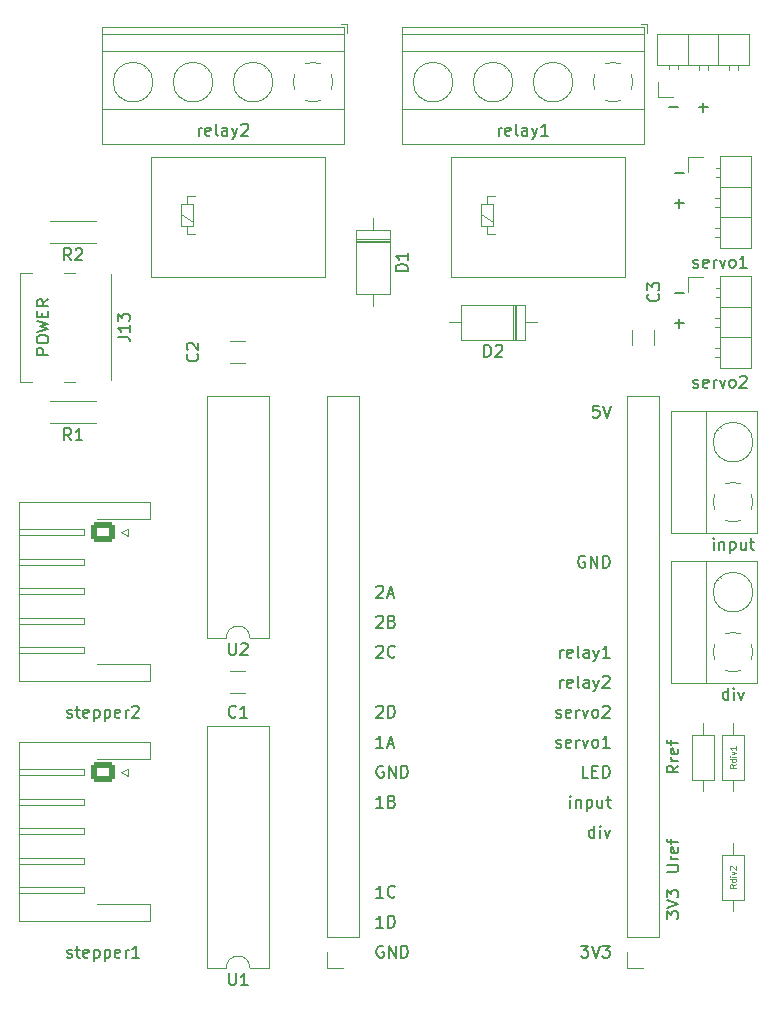
<source format=gto>
G04 #@! TF.GenerationSoftware,KiCad,Pcbnew,(6.0.4)*
G04 #@! TF.CreationDate,2023-04-21T08:00:34+02:00*
G04 #@! TF.ProjectId,XRTL_PCB,5852544c-5f50-4434-922e-6b696361645f,1.0*
G04 #@! TF.SameCoordinates,Original*
G04 #@! TF.FileFunction,Legend,Top*
G04 #@! TF.FilePolarity,Positive*
%FSLAX46Y46*%
G04 Gerber Fmt 4.6, Leading zero omitted, Abs format (unit mm)*
G04 Created by KiCad (PCBNEW (6.0.4)) date 2023-04-21 08:00:34*
%MOMM*%
%LPD*%
G01*
G04 APERTURE LIST*
G04 Aperture macros list*
%AMRoundRect*
0 Rectangle with rounded corners*
0 $1 Rounding radius*
0 $2 $3 $4 $5 $6 $7 $8 $9 X,Y pos of 4 corners*
0 Add a 4 corners polygon primitive as box body*
4,1,4,$2,$3,$4,$5,$6,$7,$8,$9,$2,$3,0*
0 Add four circle primitives for the rounded corners*
1,1,$1+$1,$2,$3*
1,1,$1+$1,$4,$5*
1,1,$1+$1,$6,$7*
1,1,$1+$1,$8,$9*
0 Add four rect primitives between the rounded corners*
20,1,$1+$1,$2,$3,$4,$5,0*
20,1,$1+$1,$4,$5,$6,$7,0*
20,1,$1+$1,$6,$7,$8,$9,0*
20,1,$1+$1,$8,$9,$2,$3,0*%
%AMHorizOval*
0 Thick line with rounded ends*
0 $1 width*
0 $2 $3 position (X,Y) of the first rounded end (center of the circle)*
0 $4 $5 position (X,Y) of the second rounded end (center of the circle)*
0 Add line between two ends*
20,1,$1,$2,$3,$4,$5,0*
0 Add two circle primitives to create the rounded ends*
1,1,$1,$2,$3*
1,1,$1,$4,$5*%
G04 Aperture macros list end*
%ADD10C,0.150000*%
%ADD11C,0.125000*%
%ADD12C,0.120000*%
%ADD13R,2.600000X2.600000*%
%ADD14C,2.600000*%
%ADD15C,1.400000*%
%ADD16O,1.400000X1.400000*%
%ADD17R,1.700000X1.700000*%
%ADD18C,1.600000*%
%ADD19O,1.600000X2.300000*%
%ADD20R,1.600000X1.600000*%
%ADD21O,1.600000X1.600000*%
%ADD22HorizOval,1.600000X0.000000X0.000000X0.000000X0.000000X0*%
%ADD23O,1.700000X1.700000*%
%ADD24HorizOval,1.700000X0.000000X0.000000X0.000000X0.000000X0*%
%ADD25RoundRect,0.250000X-0.725000X0.600000X-0.725000X-0.600000X0.725000X-0.600000X0.725000X0.600000X0*%
%ADD26O,1.950000X1.700000*%
%ADD27R,2.200000X2.200000*%
%ADD28O,2.200000X2.200000*%
%ADD29O,2.600000X2.600000*%
%ADD30C,0.700000*%
%ADD31O,1.700000X0.900000*%
%ADD32O,2.400000X0.900000*%
G04 APERTURE END LIST*
D10*
X122076785Y-93480000D02*
X121981547Y-93432380D01*
X121838690Y-93432380D01*
X121695833Y-93480000D01*
X121600595Y-93575238D01*
X121552976Y-93670476D01*
X121505357Y-93860952D01*
X121505357Y-94003809D01*
X121552976Y-94194285D01*
X121600595Y-94289523D01*
X121695833Y-94384761D01*
X121838690Y-94432380D01*
X121933928Y-94432380D01*
X122076785Y-94384761D01*
X122124404Y-94337142D01*
X122124404Y-94003809D01*
X121933928Y-94003809D01*
X122552976Y-94432380D02*
X122552976Y-93432380D01*
X123124404Y-94432380D01*
X123124404Y-93432380D01*
X123600595Y-94432380D02*
X123600595Y-93432380D01*
X123838690Y-93432380D01*
X123981547Y-93480000D01*
X124076785Y-93575238D01*
X124124404Y-93670476D01*
X124172023Y-93860952D01*
X124172023Y-94003809D01*
X124124404Y-94194285D01*
X124076785Y-94289523D01*
X123981547Y-94384761D01*
X123838690Y-94432380D01*
X123600595Y-94432380D01*
X122362500Y-112212380D02*
X121886309Y-112212380D01*
X121886309Y-111212380D01*
X122695833Y-111688571D02*
X123029166Y-111688571D01*
X123172023Y-112212380D02*
X122695833Y-112212380D01*
X122695833Y-111212380D01*
X123172023Y-111212380D01*
X123600595Y-112212380D02*
X123600595Y-111212380D01*
X123838690Y-111212380D01*
X123981547Y-111260000D01*
X124076785Y-111355238D01*
X124124404Y-111450476D01*
X124172023Y-111640952D01*
X124172023Y-111783809D01*
X124124404Y-111974285D01*
X124076785Y-112069523D01*
X123981547Y-112164761D01*
X123838690Y-112212380D01*
X123600595Y-112212380D01*
X129667047Y-63571428D02*
X130428952Y-63571428D01*
X130048000Y-63952380D02*
X130048000Y-63190476D01*
X119648214Y-107084761D02*
X119743452Y-107132380D01*
X119933928Y-107132380D01*
X120029166Y-107084761D01*
X120076785Y-106989523D01*
X120076785Y-106941904D01*
X120029166Y-106846666D01*
X119933928Y-106799047D01*
X119791071Y-106799047D01*
X119695833Y-106751428D01*
X119648214Y-106656190D01*
X119648214Y-106608571D01*
X119695833Y-106513333D01*
X119791071Y-106465714D01*
X119933928Y-106465714D01*
X120029166Y-106513333D01*
X120886309Y-107084761D02*
X120791071Y-107132380D01*
X120600595Y-107132380D01*
X120505357Y-107084761D01*
X120457738Y-106989523D01*
X120457738Y-106608571D01*
X120505357Y-106513333D01*
X120600595Y-106465714D01*
X120791071Y-106465714D01*
X120886309Y-106513333D01*
X120933928Y-106608571D01*
X120933928Y-106703809D01*
X120457738Y-106799047D01*
X121362500Y-107132380D02*
X121362500Y-106465714D01*
X121362500Y-106656190D02*
X121410119Y-106560952D01*
X121457738Y-106513333D01*
X121552976Y-106465714D01*
X121648214Y-106465714D01*
X121886309Y-106465714D02*
X122124404Y-107132380D01*
X122362500Y-106465714D01*
X122886309Y-107132380D02*
X122791071Y-107084761D01*
X122743452Y-107037142D01*
X122695833Y-106941904D01*
X122695833Y-106656190D01*
X122743452Y-106560952D01*
X122791071Y-106513333D01*
X122886309Y-106465714D01*
X123029166Y-106465714D01*
X123124404Y-106513333D01*
X123172023Y-106560952D01*
X123219642Y-106656190D01*
X123219642Y-106941904D01*
X123172023Y-107037142D01*
X123124404Y-107084761D01*
X123029166Y-107132380D01*
X122886309Y-107132380D01*
X123600595Y-106227619D02*
X123648214Y-106180000D01*
X123743452Y-106132380D01*
X123981547Y-106132380D01*
X124076785Y-106180000D01*
X124124404Y-106227619D01*
X124172023Y-106322857D01*
X124172023Y-106418095D01*
X124124404Y-106560952D01*
X123552976Y-107132380D01*
X124172023Y-107132380D01*
X121743452Y-126452380D02*
X122362500Y-126452380D01*
X122029166Y-126833333D01*
X122172023Y-126833333D01*
X122267261Y-126880952D01*
X122314880Y-126928571D01*
X122362500Y-127023809D01*
X122362500Y-127261904D01*
X122314880Y-127357142D01*
X122267261Y-127404761D01*
X122172023Y-127452380D01*
X121886309Y-127452380D01*
X121791071Y-127404761D01*
X121743452Y-127357142D01*
X122648214Y-126452380D02*
X122981547Y-127452380D01*
X123314880Y-126452380D01*
X123552976Y-126452380D02*
X124172023Y-126452380D01*
X123838690Y-126833333D01*
X123981547Y-126833333D01*
X124076785Y-126880952D01*
X124124404Y-126928571D01*
X124172023Y-127023809D01*
X124172023Y-127261904D01*
X124124404Y-127357142D01*
X124076785Y-127404761D01*
X123981547Y-127452380D01*
X123695833Y-127452380D01*
X123600595Y-127404761D01*
X123552976Y-127357142D01*
X129667047Y-73731428D02*
X130428952Y-73731428D01*
X130048000Y-74112380D02*
X130048000Y-73350476D01*
X129667047Y-61031428D02*
X130428952Y-61031428D01*
X76652380Y-76404523D02*
X75652380Y-76404523D01*
X75652380Y-76023571D01*
X75700000Y-75928333D01*
X75747619Y-75880714D01*
X75842857Y-75833095D01*
X75985714Y-75833095D01*
X76080952Y-75880714D01*
X76128571Y-75928333D01*
X76176190Y-76023571D01*
X76176190Y-76404523D01*
X75652380Y-75214047D02*
X75652380Y-75023571D01*
X75700000Y-74928333D01*
X75795238Y-74833095D01*
X75985714Y-74785476D01*
X76319047Y-74785476D01*
X76509523Y-74833095D01*
X76604761Y-74928333D01*
X76652380Y-75023571D01*
X76652380Y-75214047D01*
X76604761Y-75309285D01*
X76509523Y-75404523D01*
X76319047Y-75452142D01*
X75985714Y-75452142D01*
X75795238Y-75404523D01*
X75700000Y-75309285D01*
X75652380Y-75214047D01*
X75652380Y-74452142D02*
X76652380Y-74214047D01*
X75938095Y-74023571D01*
X76652380Y-73833095D01*
X75652380Y-73595000D01*
X76128571Y-73214047D02*
X76128571Y-72880714D01*
X76652380Y-72737857D02*
X76652380Y-73214047D01*
X75652380Y-73214047D01*
X75652380Y-72737857D01*
X76652380Y-71737857D02*
X76176190Y-72071190D01*
X76652380Y-72309285D02*
X75652380Y-72309285D01*
X75652380Y-71928333D01*
X75700000Y-71833095D01*
X75747619Y-71785476D01*
X75842857Y-71737857D01*
X75985714Y-71737857D01*
X76080952Y-71785476D01*
X76128571Y-71833095D01*
X76176190Y-71928333D01*
X76176190Y-72309285D01*
X129159047Y-55443428D02*
X129920952Y-55443428D01*
X119648214Y-109624761D02*
X119743452Y-109672380D01*
X119933928Y-109672380D01*
X120029166Y-109624761D01*
X120076785Y-109529523D01*
X120076785Y-109481904D01*
X120029166Y-109386666D01*
X119933928Y-109339047D01*
X119791071Y-109339047D01*
X119695833Y-109291428D01*
X119648214Y-109196190D01*
X119648214Y-109148571D01*
X119695833Y-109053333D01*
X119791071Y-109005714D01*
X119933928Y-109005714D01*
X120029166Y-109053333D01*
X120886309Y-109624761D02*
X120791071Y-109672380D01*
X120600595Y-109672380D01*
X120505357Y-109624761D01*
X120457738Y-109529523D01*
X120457738Y-109148571D01*
X120505357Y-109053333D01*
X120600595Y-109005714D01*
X120791071Y-109005714D01*
X120886309Y-109053333D01*
X120933928Y-109148571D01*
X120933928Y-109243809D01*
X120457738Y-109339047D01*
X121362500Y-109672380D02*
X121362500Y-109005714D01*
X121362500Y-109196190D02*
X121410119Y-109100952D01*
X121457738Y-109053333D01*
X121552976Y-109005714D01*
X121648214Y-109005714D01*
X121886309Y-109005714D02*
X122124404Y-109672380D01*
X122362500Y-109005714D01*
X122886309Y-109672380D02*
X122791071Y-109624761D01*
X122743452Y-109577142D01*
X122695833Y-109481904D01*
X122695833Y-109196190D01*
X122743452Y-109100952D01*
X122791071Y-109053333D01*
X122886309Y-109005714D01*
X123029166Y-109005714D01*
X123124404Y-109053333D01*
X123172023Y-109100952D01*
X123219642Y-109196190D01*
X123219642Y-109481904D01*
X123172023Y-109577142D01*
X123124404Y-109624761D01*
X123029166Y-109672380D01*
X122886309Y-109672380D01*
X124172023Y-109672380D02*
X123600595Y-109672380D01*
X123886309Y-109672380D02*
X123886309Y-108672380D01*
X123791071Y-108815238D01*
X123695833Y-108910476D01*
X123600595Y-108958095D01*
X104427976Y-106227619D02*
X104475595Y-106180000D01*
X104570833Y-106132380D01*
X104808928Y-106132380D01*
X104904166Y-106180000D01*
X104951785Y-106227619D01*
X104999404Y-106322857D01*
X104999404Y-106418095D01*
X104951785Y-106560952D01*
X104380357Y-107132380D01*
X104999404Y-107132380D01*
X105427976Y-107132380D02*
X105427976Y-106132380D01*
X105666071Y-106132380D01*
X105808928Y-106180000D01*
X105904166Y-106275238D01*
X105951785Y-106370476D01*
X105999404Y-106560952D01*
X105999404Y-106703809D01*
X105951785Y-106894285D01*
X105904166Y-106989523D01*
X105808928Y-107084761D01*
X105666071Y-107132380D01*
X105427976Y-107132380D01*
X129667047Y-71191428D02*
X130428952Y-71191428D01*
X78232380Y-107084761D02*
X78327619Y-107132380D01*
X78518095Y-107132380D01*
X78613333Y-107084761D01*
X78660952Y-106989523D01*
X78660952Y-106941904D01*
X78613333Y-106846666D01*
X78518095Y-106799047D01*
X78375238Y-106799047D01*
X78280000Y-106751428D01*
X78232380Y-106656190D01*
X78232380Y-106608571D01*
X78280000Y-106513333D01*
X78375238Y-106465714D01*
X78518095Y-106465714D01*
X78613333Y-106513333D01*
X78946666Y-106465714D02*
X79327619Y-106465714D01*
X79089523Y-106132380D02*
X79089523Y-106989523D01*
X79137142Y-107084761D01*
X79232380Y-107132380D01*
X79327619Y-107132380D01*
X80041904Y-107084761D02*
X79946666Y-107132380D01*
X79756190Y-107132380D01*
X79660952Y-107084761D01*
X79613333Y-106989523D01*
X79613333Y-106608571D01*
X79660952Y-106513333D01*
X79756190Y-106465714D01*
X79946666Y-106465714D01*
X80041904Y-106513333D01*
X80089523Y-106608571D01*
X80089523Y-106703809D01*
X79613333Y-106799047D01*
X80518095Y-106465714D02*
X80518095Y-107465714D01*
X80518095Y-106513333D02*
X80613333Y-106465714D01*
X80803809Y-106465714D01*
X80899047Y-106513333D01*
X80946666Y-106560952D01*
X80994285Y-106656190D01*
X80994285Y-106941904D01*
X80946666Y-107037142D01*
X80899047Y-107084761D01*
X80803809Y-107132380D01*
X80613333Y-107132380D01*
X80518095Y-107084761D01*
X81422857Y-106465714D02*
X81422857Y-107465714D01*
X81422857Y-106513333D02*
X81518095Y-106465714D01*
X81708571Y-106465714D01*
X81803809Y-106513333D01*
X81851428Y-106560952D01*
X81899047Y-106656190D01*
X81899047Y-106941904D01*
X81851428Y-107037142D01*
X81803809Y-107084761D01*
X81708571Y-107132380D01*
X81518095Y-107132380D01*
X81422857Y-107084761D01*
X82708571Y-107084761D02*
X82613333Y-107132380D01*
X82422857Y-107132380D01*
X82327619Y-107084761D01*
X82280000Y-106989523D01*
X82280000Y-106608571D01*
X82327619Y-106513333D01*
X82422857Y-106465714D01*
X82613333Y-106465714D01*
X82708571Y-106513333D01*
X82756190Y-106608571D01*
X82756190Y-106703809D01*
X82280000Y-106799047D01*
X83184761Y-107132380D02*
X83184761Y-106465714D01*
X83184761Y-106656190D02*
X83232380Y-106560952D01*
X83280000Y-106513333D01*
X83375238Y-106465714D01*
X83470476Y-106465714D01*
X83756190Y-106227619D02*
X83803809Y-106180000D01*
X83899047Y-106132380D01*
X84137142Y-106132380D01*
X84232380Y-106180000D01*
X84280000Y-106227619D01*
X84327619Y-106322857D01*
X84327619Y-106418095D01*
X84280000Y-106560952D01*
X83708571Y-107132380D01*
X84327619Y-107132380D01*
X104999404Y-122372380D02*
X104427976Y-122372380D01*
X104713690Y-122372380D02*
X104713690Y-121372380D01*
X104618452Y-121515238D01*
X104523214Y-121610476D01*
X104427976Y-121658095D01*
X105999404Y-122277142D02*
X105951785Y-122324761D01*
X105808928Y-122372380D01*
X105713690Y-122372380D01*
X105570833Y-122324761D01*
X105475595Y-122229523D01*
X105427976Y-122134285D01*
X105380357Y-121943809D01*
X105380357Y-121800952D01*
X105427976Y-121610476D01*
X105475595Y-121515238D01*
X105570833Y-121420000D01*
X105713690Y-121372380D01*
X105808928Y-121372380D01*
X105951785Y-121420000D01*
X105999404Y-121467619D01*
X104999404Y-124912380D02*
X104427976Y-124912380D01*
X104713690Y-124912380D02*
X104713690Y-123912380D01*
X104618452Y-124055238D01*
X104523214Y-124150476D01*
X104427976Y-124198095D01*
X105427976Y-124912380D02*
X105427976Y-123912380D01*
X105666071Y-123912380D01*
X105808928Y-123960000D01*
X105904166Y-124055238D01*
X105951785Y-124150476D01*
X105999404Y-124340952D01*
X105999404Y-124483809D01*
X105951785Y-124674285D01*
X105904166Y-124769523D01*
X105808928Y-124864761D01*
X105666071Y-124912380D01*
X105427976Y-124912380D01*
X119981547Y-102052380D02*
X119981547Y-101385714D01*
X119981547Y-101576190D02*
X120029166Y-101480952D01*
X120076785Y-101433333D01*
X120172023Y-101385714D01*
X120267261Y-101385714D01*
X120981547Y-102004761D02*
X120886309Y-102052380D01*
X120695833Y-102052380D01*
X120600595Y-102004761D01*
X120552976Y-101909523D01*
X120552976Y-101528571D01*
X120600595Y-101433333D01*
X120695833Y-101385714D01*
X120886309Y-101385714D01*
X120981547Y-101433333D01*
X121029166Y-101528571D01*
X121029166Y-101623809D01*
X120552976Y-101719047D01*
X121600595Y-102052380D02*
X121505357Y-102004761D01*
X121457738Y-101909523D01*
X121457738Y-101052380D01*
X122410119Y-102052380D02*
X122410119Y-101528571D01*
X122362500Y-101433333D01*
X122267261Y-101385714D01*
X122076785Y-101385714D01*
X121981547Y-101433333D01*
X122410119Y-102004761D02*
X122314880Y-102052380D01*
X122076785Y-102052380D01*
X121981547Y-102004761D01*
X121933928Y-101909523D01*
X121933928Y-101814285D01*
X121981547Y-101719047D01*
X122076785Y-101671428D01*
X122314880Y-101671428D01*
X122410119Y-101623809D01*
X122791071Y-101385714D02*
X123029166Y-102052380D01*
X123267261Y-101385714D02*
X123029166Y-102052380D01*
X122933928Y-102290476D01*
X122886309Y-102338095D01*
X122791071Y-102385714D01*
X124172023Y-102052380D02*
X123600595Y-102052380D01*
X123886309Y-102052380D02*
X123886309Y-101052380D01*
X123791071Y-101195238D01*
X123695833Y-101290476D01*
X123600595Y-101338095D01*
X131258095Y-68984761D02*
X131353333Y-69032380D01*
X131543809Y-69032380D01*
X131639047Y-68984761D01*
X131686666Y-68889523D01*
X131686666Y-68841904D01*
X131639047Y-68746666D01*
X131543809Y-68699047D01*
X131400952Y-68699047D01*
X131305714Y-68651428D01*
X131258095Y-68556190D01*
X131258095Y-68508571D01*
X131305714Y-68413333D01*
X131400952Y-68365714D01*
X131543809Y-68365714D01*
X131639047Y-68413333D01*
X132496190Y-68984761D02*
X132400952Y-69032380D01*
X132210476Y-69032380D01*
X132115238Y-68984761D01*
X132067619Y-68889523D01*
X132067619Y-68508571D01*
X132115238Y-68413333D01*
X132210476Y-68365714D01*
X132400952Y-68365714D01*
X132496190Y-68413333D01*
X132543809Y-68508571D01*
X132543809Y-68603809D01*
X132067619Y-68699047D01*
X132972380Y-69032380D02*
X132972380Y-68365714D01*
X132972380Y-68556190D02*
X133020000Y-68460952D01*
X133067619Y-68413333D01*
X133162857Y-68365714D01*
X133258095Y-68365714D01*
X133496190Y-68365714D02*
X133734285Y-69032380D01*
X133972380Y-68365714D01*
X134496190Y-69032380D02*
X134400952Y-68984761D01*
X134353333Y-68937142D01*
X134305714Y-68841904D01*
X134305714Y-68556190D01*
X134353333Y-68460952D01*
X134400952Y-68413333D01*
X134496190Y-68365714D01*
X134639047Y-68365714D01*
X134734285Y-68413333D01*
X134781904Y-68460952D01*
X134829523Y-68556190D01*
X134829523Y-68841904D01*
X134781904Y-68937142D01*
X134734285Y-68984761D01*
X134639047Y-69032380D01*
X134496190Y-69032380D01*
X135781904Y-69032380D02*
X135210476Y-69032380D01*
X135496190Y-69032380D02*
X135496190Y-68032380D01*
X135400952Y-68175238D01*
X135305714Y-68270476D01*
X135210476Y-68318095D01*
X122886309Y-117292380D02*
X122886309Y-116292380D01*
X122886309Y-117244761D02*
X122791071Y-117292380D01*
X122600595Y-117292380D01*
X122505357Y-117244761D01*
X122457738Y-117197142D01*
X122410119Y-117101904D01*
X122410119Y-116816190D01*
X122457738Y-116720952D01*
X122505357Y-116673333D01*
X122600595Y-116625714D01*
X122791071Y-116625714D01*
X122886309Y-116673333D01*
X123362500Y-117292380D02*
X123362500Y-116625714D01*
X123362500Y-116292380D02*
X123314880Y-116340000D01*
X123362500Y-116387619D01*
X123410119Y-116340000D01*
X123362500Y-116292380D01*
X123362500Y-116387619D01*
X123743452Y-116625714D02*
X123981547Y-117292380D01*
X124219642Y-116625714D01*
X120838690Y-114752380D02*
X120838690Y-114085714D01*
X120838690Y-113752380D02*
X120791071Y-113800000D01*
X120838690Y-113847619D01*
X120886309Y-113800000D01*
X120838690Y-113752380D01*
X120838690Y-113847619D01*
X121314880Y-114085714D02*
X121314880Y-114752380D01*
X121314880Y-114180952D02*
X121362500Y-114133333D01*
X121457738Y-114085714D01*
X121600595Y-114085714D01*
X121695833Y-114133333D01*
X121743452Y-114228571D01*
X121743452Y-114752380D01*
X122219642Y-114085714D02*
X122219642Y-115085714D01*
X122219642Y-114133333D02*
X122314880Y-114085714D01*
X122505357Y-114085714D01*
X122600595Y-114133333D01*
X122648214Y-114180952D01*
X122695833Y-114276190D01*
X122695833Y-114561904D01*
X122648214Y-114657142D01*
X122600595Y-114704761D01*
X122505357Y-114752380D01*
X122314880Y-114752380D01*
X122219642Y-114704761D01*
X123552976Y-114085714D02*
X123552976Y-114752380D01*
X123124404Y-114085714D02*
X123124404Y-114609523D01*
X123172023Y-114704761D01*
X123267261Y-114752380D01*
X123410119Y-114752380D01*
X123505357Y-114704761D01*
X123552976Y-114657142D01*
X123886309Y-114085714D02*
X124267261Y-114085714D01*
X124029166Y-113752380D02*
X124029166Y-114609523D01*
X124076785Y-114704761D01*
X124172023Y-114752380D01*
X124267261Y-114752380D01*
X119981547Y-104592380D02*
X119981547Y-103925714D01*
X119981547Y-104116190D02*
X120029166Y-104020952D01*
X120076785Y-103973333D01*
X120172023Y-103925714D01*
X120267261Y-103925714D01*
X120981547Y-104544761D02*
X120886309Y-104592380D01*
X120695833Y-104592380D01*
X120600595Y-104544761D01*
X120552976Y-104449523D01*
X120552976Y-104068571D01*
X120600595Y-103973333D01*
X120695833Y-103925714D01*
X120886309Y-103925714D01*
X120981547Y-103973333D01*
X121029166Y-104068571D01*
X121029166Y-104163809D01*
X120552976Y-104259047D01*
X121600595Y-104592380D02*
X121505357Y-104544761D01*
X121457738Y-104449523D01*
X121457738Y-103592380D01*
X122410119Y-104592380D02*
X122410119Y-104068571D01*
X122362500Y-103973333D01*
X122267261Y-103925714D01*
X122076785Y-103925714D01*
X121981547Y-103973333D01*
X122410119Y-104544761D02*
X122314880Y-104592380D01*
X122076785Y-104592380D01*
X121981547Y-104544761D01*
X121933928Y-104449523D01*
X121933928Y-104354285D01*
X121981547Y-104259047D01*
X122076785Y-104211428D01*
X122314880Y-104211428D01*
X122410119Y-104163809D01*
X122791071Y-103925714D02*
X123029166Y-104592380D01*
X123267261Y-103925714D02*
X123029166Y-104592380D01*
X122933928Y-104830476D01*
X122886309Y-104878095D01*
X122791071Y-104925714D01*
X123600595Y-103687619D02*
X123648214Y-103640000D01*
X123743452Y-103592380D01*
X123981547Y-103592380D01*
X124076785Y-103640000D01*
X124124404Y-103687619D01*
X124172023Y-103782857D01*
X124172023Y-103878095D01*
X124124404Y-104020952D01*
X123552976Y-104592380D01*
X124172023Y-104592380D01*
X104999404Y-111260000D02*
X104904166Y-111212380D01*
X104761309Y-111212380D01*
X104618452Y-111260000D01*
X104523214Y-111355238D01*
X104475595Y-111450476D01*
X104427976Y-111640952D01*
X104427976Y-111783809D01*
X104475595Y-111974285D01*
X104523214Y-112069523D01*
X104618452Y-112164761D01*
X104761309Y-112212380D01*
X104856547Y-112212380D01*
X104999404Y-112164761D01*
X105047023Y-112117142D01*
X105047023Y-111783809D01*
X104856547Y-111783809D01*
X105475595Y-112212380D02*
X105475595Y-111212380D01*
X106047023Y-112212380D01*
X106047023Y-111212380D01*
X106523214Y-112212380D02*
X106523214Y-111212380D01*
X106761309Y-111212380D01*
X106904166Y-111260000D01*
X106999404Y-111355238D01*
X107047023Y-111450476D01*
X107094642Y-111640952D01*
X107094642Y-111783809D01*
X107047023Y-111974285D01*
X106999404Y-112069523D01*
X106904166Y-112164761D01*
X106761309Y-112212380D01*
X106523214Y-112212380D01*
X78232380Y-127404761D02*
X78327619Y-127452380D01*
X78518095Y-127452380D01*
X78613333Y-127404761D01*
X78660952Y-127309523D01*
X78660952Y-127261904D01*
X78613333Y-127166666D01*
X78518095Y-127119047D01*
X78375238Y-127119047D01*
X78280000Y-127071428D01*
X78232380Y-126976190D01*
X78232380Y-126928571D01*
X78280000Y-126833333D01*
X78375238Y-126785714D01*
X78518095Y-126785714D01*
X78613333Y-126833333D01*
X78946666Y-126785714D02*
X79327619Y-126785714D01*
X79089523Y-126452380D02*
X79089523Y-127309523D01*
X79137142Y-127404761D01*
X79232380Y-127452380D01*
X79327619Y-127452380D01*
X80041904Y-127404761D02*
X79946666Y-127452380D01*
X79756190Y-127452380D01*
X79660952Y-127404761D01*
X79613333Y-127309523D01*
X79613333Y-126928571D01*
X79660952Y-126833333D01*
X79756190Y-126785714D01*
X79946666Y-126785714D01*
X80041904Y-126833333D01*
X80089523Y-126928571D01*
X80089523Y-127023809D01*
X79613333Y-127119047D01*
X80518095Y-126785714D02*
X80518095Y-127785714D01*
X80518095Y-126833333D02*
X80613333Y-126785714D01*
X80803809Y-126785714D01*
X80899047Y-126833333D01*
X80946666Y-126880952D01*
X80994285Y-126976190D01*
X80994285Y-127261904D01*
X80946666Y-127357142D01*
X80899047Y-127404761D01*
X80803809Y-127452380D01*
X80613333Y-127452380D01*
X80518095Y-127404761D01*
X81422857Y-126785714D02*
X81422857Y-127785714D01*
X81422857Y-126833333D02*
X81518095Y-126785714D01*
X81708571Y-126785714D01*
X81803809Y-126833333D01*
X81851428Y-126880952D01*
X81899047Y-126976190D01*
X81899047Y-127261904D01*
X81851428Y-127357142D01*
X81803809Y-127404761D01*
X81708571Y-127452380D01*
X81518095Y-127452380D01*
X81422857Y-127404761D01*
X82708571Y-127404761D02*
X82613333Y-127452380D01*
X82422857Y-127452380D01*
X82327619Y-127404761D01*
X82280000Y-127309523D01*
X82280000Y-126928571D01*
X82327619Y-126833333D01*
X82422857Y-126785714D01*
X82613333Y-126785714D01*
X82708571Y-126833333D01*
X82756190Y-126928571D01*
X82756190Y-127023809D01*
X82280000Y-127119047D01*
X83184761Y-127452380D02*
X83184761Y-126785714D01*
X83184761Y-126976190D02*
X83232380Y-126880952D01*
X83280000Y-126833333D01*
X83375238Y-126785714D01*
X83470476Y-126785714D01*
X84327619Y-127452380D02*
X83756190Y-127452380D01*
X84041904Y-127452380D02*
X84041904Y-126452380D01*
X83946666Y-126595238D01*
X83851428Y-126690476D01*
X83756190Y-126738095D01*
X104999404Y-126500000D02*
X104904166Y-126452380D01*
X104761309Y-126452380D01*
X104618452Y-126500000D01*
X104523214Y-126595238D01*
X104475595Y-126690476D01*
X104427976Y-126880952D01*
X104427976Y-127023809D01*
X104475595Y-127214285D01*
X104523214Y-127309523D01*
X104618452Y-127404761D01*
X104761309Y-127452380D01*
X104856547Y-127452380D01*
X104999404Y-127404761D01*
X105047023Y-127357142D01*
X105047023Y-127023809D01*
X104856547Y-127023809D01*
X105475595Y-127452380D02*
X105475595Y-126452380D01*
X106047023Y-127452380D01*
X106047023Y-126452380D01*
X106523214Y-127452380D02*
X106523214Y-126452380D01*
X106761309Y-126452380D01*
X106904166Y-126500000D01*
X106999404Y-126595238D01*
X107047023Y-126690476D01*
X107094642Y-126880952D01*
X107094642Y-127023809D01*
X107047023Y-127214285D01*
X106999404Y-127309523D01*
X106904166Y-127404761D01*
X106761309Y-127452380D01*
X106523214Y-127452380D01*
X104427976Y-101147619D02*
X104475595Y-101100000D01*
X104570833Y-101052380D01*
X104808928Y-101052380D01*
X104904166Y-101100000D01*
X104951785Y-101147619D01*
X104999404Y-101242857D01*
X104999404Y-101338095D01*
X104951785Y-101480952D01*
X104380357Y-102052380D01*
X104999404Y-102052380D01*
X105999404Y-101957142D02*
X105951785Y-102004761D01*
X105808928Y-102052380D01*
X105713690Y-102052380D01*
X105570833Y-102004761D01*
X105475595Y-101909523D01*
X105427976Y-101814285D01*
X105380357Y-101623809D01*
X105380357Y-101480952D01*
X105427976Y-101290476D01*
X105475595Y-101195238D01*
X105570833Y-101100000D01*
X105713690Y-101052380D01*
X105808928Y-101052380D01*
X105951785Y-101100000D01*
X105999404Y-101147619D01*
X131258095Y-79144761D02*
X131353333Y-79192380D01*
X131543809Y-79192380D01*
X131639047Y-79144761D01*
X131686666Y-79049523D01*
X131686666Y-79001904D01*
X131639047Y-78906666D01*
X131543809Y-78859047D01*
X131400952Y-78859047D01*
X131305714Y-78811428D01*
X131258095Y-78716190D01*
X131258095Y-78668571D01*
X131305714Y-78573333D01*
X131400952Y-78525714D01*
X131543809Y-78525714D01*
X131639047Y-78573333D01*
X132496190Y-79144761D02*
X132400952Y-79192380D01*
X132210476Y-79192380D01*
X132115238Y-79144761D01*
X132067619Y-79049523D01*
X132067619Y-78668571D01*
X132115238Y-78573333D01*
X132210476Y-78525714D01*
X132400952Y-78525714D01*
X132496190Y-78573333D01*
X132543809Y-78668571D01*
X132543809Y-78763809D01*
X132067619Y-78859047D01*
X132972380Y-79192380D02*
X132972380Y-78525714D01*
X132972380Y-78716190D02*
X133020000Y-78620952D01*
X133067619Y-78573333D01*
X133162857Y-78525714D01*
X133258095Y-78525714D01*
X133496190Y-78525714D02*
X133734285Y-79192380D01*
X133972380Y-78525714D01*
X134496190Y-79192380D02*
X134400952Y-79144761D01*
X134353333Y-79097142D01*
X134305714Y-79001904D01*
X134305714Y-78716190D01*
X134353333Y-78620952D01*
X134400952Y-78573333D01*
X134496190Y-78525714D01*
X134639047Y-78525714D01*
X134734285Y-78573333D01*
X134781904Y-78620952D01*
X134829523Y-78716190D01*
X134829523Y-79001904D01*
X134781904Y-79097142D01*
X134734285Y-79144761D01*
X134639047Y-79192380D01*
X134496190Y-79192380D01*
X135210476Y-78287619D02*
X135258095Y-78240000D01*
X135353333Y-78192380D01*
X135591428Y-78192380D01*
X135686666Y-78240000D01*
X135734285Y-78287619D01*
X135781904Y-78382857D01*
X135781904Y-78478095D01*
X135734285Y-78620952D01*
X135162857Y-79192380D01*
X135781904Y-79192380D01*
X104999404Y-109672380D02*
X104427976Y-109672380D01*
X104713690Y-109672380D02*
X104713690Y-108672380D01*
X104618452Y-108815238D01*
X104523214Y-108910476D01*
X104427976Y-108958095D01*
X105380357Y-109386666D02*
X105856547Y-109386666D01*
X105285119Y-109672380D02*
X105618452Y-108672380D01*
X105951785Y-109672380D01*
X104999404Y-114752380D02*
X104427976Y-114752380D01*
X104713690Y-114752380D02*
X104713690Y-113752380D01*
X104618452Y-113895238D01*
X104523214Y-113990476D01*
X104427976Y-114038095D01*
X105761309Y-114228571D02*
X105904166Y-114276190D01*
X105951785Y-114323809D01*
X105999404Y-114419047D01*
X105999404Y-114561904D01*
X105951785Y-114657142D01*
X105904166Y-114704761D01*
X105808928Y-114752380D01*
X105427976Y-114752380D01*
X105427976Y-113752380D01*
X105761309Y-113752380D01*
X105856547Y-113800000D01*
X105904166Y-113847619D01*
X105951785Y-113942857D01*
X105951785Y-114038095D01*
X105904166Y-114133333D01*
X105856547Y-114180952D01*
X105761309Y-114228571D01*
X105427976Y-114228571D01*
X104427976Y-98607619D02*
X104475595Y-98560000D01*
X104570833Y-98512380D01*
X104808928Y-98512380D01*
X104904166Y-98560000D01*
X104951785Y-98607619D01*
X104999404Y-98702857D01*
X104999404Y-98798095D01*
X104951785Y-98940952D01*
X104380357Y-99512380D01*
X104999404Y-99512380D01*
X105761309Y-98988571D02*
X105904166Y-99036190D01*
X105951785Y-99083809D01*
X105999404Y-99179047D01*
X105999404Y-99321904D01*
X105951785Y-99417142D01*
X105904166Y-99464761D01*
X105808928Y-99512380D01*
X105427976Y-99512380D01*
X105427976Y-98512380D01*
X105761309Y-98512380D01*
X105856547Y-98560000D01*
X105904166Y-98607619D01*
X105951785Y-98702857D01*
X105951785Y-98798095D01*
X105904166Y-98893333D01*
X105856547Y-98940952D01*
X105761309Y-98988571D01*
X105427976Y-98988571D01*
X131699047Y-55443428D02*
X132460952Y-55443428D01*
X132080000Y-55824380D02*
X132080000Y-55062476D01*
X123267261Y-80732380D02*
X122791071Y-80732380D01*
X122743452Y-81208571D01*
X122791071Y-81160952D01*
X122886309Y-81113333D01*
X123124404Y-81113333D01*
X123219642Y-81160952D01*
X123267261Y-81208571D01*
X123314880Y-81303809D01*
X123314880Y-81541904D01*
X123267261Y-81637142D01*
X123219642Y-81684761D01*
X123124404Y-81732380D01*
X122886309Y-81732380D01*
X122791071Y-81684761D01*
X122743452Y-81637142D01*
X123600595Y-80732380D02*
X123933928Y-81732380D01*
X124267261Y-80732380D01*
X104427976Y-96067619D02*
X104475595Y-96020000D01*
X104570833Y-95972380D01*
X104808928Y-95972380D01*
X104904166Y-96020000D01*
X104951785Y-96067619D01*
X104999404Y-96162857D01*
X104999404Y-96258095D01*
X104951785Y-96400952D01*
X104380357Y-96972380D01*
X104999404Y-96972380D01*
X105380357Y-96686666D02*
X105856547Y-96686666D01*
X105285119Y-96972380D02*
X105618452Y-95972380D01*
X105951785Y-96972380D01*
X114768571Y-57856380D02*
X114768571Y-57189714D01*
X114768571Y-57380190D02*
X114816190Y-57284952D01*
X114863809Y-57237333D01*
X114959047Y-57189714D01*
X115054285Y-57189714D01*
X115768571Y-57808761D02*
X115673333Y-57856380D01*
X115482857Y-57856380D01*
X115387619Y-57808761D01*
X115340000Y-57713523D01*
X115340000Y-57332571D01*
X115387619Y-57237333D01*
X115482857Y-57189714D01*
X115673333Y-57189714D01*
X115768571Y-57237333D01*
X115816190Y-57332571D01*
X115816190Y-57427809D01*
X115340000Y-57523047D01*
X116387619Y-57856380D02*
X116292380Y-57808761D01*
X116244761Y-57713523D01*
X116244761Y-56856380D01*
X117197142Y-57856380D02*
X117197142Y-57332571D01*
X117149523Y-57237333D01*
X117054285Y-57189714D01*
X116863809Y-57189714D01*
X116768571Y-57237333D01*
X117197142Y-57808761D02*
X117101904Y-57856380D01*
X116863809Y-57856380D01*
X116768571Y-57808761D01*
X116720952Y-57713523D01*
X116720952Y-57618285D01*
X116768571Y-57523047D01*
X116863809Y-57475428D01*
X117101904Y-57475428D01*
X117197142Y-57427809D01*
X117578095Y-57189714D02*
X117816190Y-57856380D01*
X118054285Y-57189714D02*
X117816190Y-57856380D01*
X117720952Y-58094476D01*
X117673333Y-58142095D01*
X117578095Y-58189714D01*
X118959047Y-57856380D02*
X118387619Y-57856380D01*
X118673333Y-57856380D02*
X118673333Y-56856380D01*
X118578095Y-56999238D01*
X118482857Y-57094476D01*
X118387619Y-57142095D01*
X78573333Y-83652380D02*
X78240000Y-83176190D01*
X78001904Y-83652380D02*
X78001904Y-82652380D01*
X78382857Y-82652380D01*
X78478095Y-82700000D01*
X78525714Y-82747619D01*
X78573333Y-82842857D01*
X78573333Y-82985714D01*
X78525714Y-83080952D01*
X78478095Y-83128571D01*
X78382857Y-83176190D01*
X78001904Y-83176190D01*
X79525714Y-83652380D02*
X78954285Y-83652380D01*
X79240000Y-83652380D02*
X79240000Y-82652380D01*
X79144761Y-82795238D01*
X79049523Y-82890476D01*
X78954285Y-82938095D01*
X128992380Y-124174095D02*
X128992380Y-123555047D01*
X129373333Y-123888380D01*
X129373333Y-123745523D01*
X129420952Y-123650285D01*
X129468571Y-123602666D01*
X129563809Y-123555047D01*
X129801904Y-123555047D01*
X129897142Y-123602666D01*
X129944761Y-123650285D01*
X129992380Y-123745523D01*
X129992380Y-124031238D01*
X129944761Y-124126476D01*
X129897142Y-124174095D01*
X128992380Y-123269333D02*
X129992380Y-122936000D01*
X128992380Y-122602666D01*
X128992380Y-122364571D02*
X128992380Y-121745523D01*
X129373333Y-122078857D01*
X129373333Y-121936000D01*
X129420952Y-121840761D01*
X129468571Y-121793142D01*
X129563809Y-121745523D01*
X129801904Y-121745523D01*
X129897142Y-121793142D01*
X129944761Y-121840761D01*
X129992380Y-121936000D01*
X129992380Y-122221714D01*
X129944761Y-122316952D01*
X129897142Y-122364571D01*
X128277142Y-71286666D02*
X128324761Y-71334285D01*
X128372380Y-71477142D01*
X128372380Y-71572380D01*
X128324761Y-71715238D01*
X128229523Y-71810476D01*
X128134285Y-71858095D01*
X127943809Y-71905714D01*
X127800952Y-71905714D01*
X127610476Y-71858095D01*
X127515238Y-71810476D01*
X127420000Y-71715238D01*
X127372380Y-71572380D01*
X127372380Y-71477142D01*
X127420000Y-71334285D01*
X127467619Y-71286666D01*
X127372380Y-70953333D02*
X127372380Y-70334285D01*
X127753333Y-70667619D01*
X127753333Y-70524761D01*
X127800952Y-70429523D01*
X127848571Y-70381904D01*
X127943809Y-70334285D01*
X128181904Y-70334285D01*
X128277142Y-70381904D01*
X128324761Y-70429523D01*
X128372380Y-70524761D01*
X128372380Y-70810476D01*
X128324761Y-70905714D01*
X128277142Y-70953333D01*
X91948095Y-100842380D02*
X91948095Y-101651904D01*
X91995714Y-101747142D01*
X92043333Y-101794761D01*
X92138571Y-101842380D01*
X92329047Y-101842380D01*
X92424285Y-101794761D01*
X92471904Y-101747142D01*
X92519523Y-101651904D01*
X92519523Y-100842380D01*
X92948095Y-100937619D02*
X92995714Y-100890000D01*
X93090952Y-100842380D01*
X93329047Y-100842380D01*
X93424285Y-100890000D01*
X93471904Y-100937619D01*
X93519523Y-101032857D01*
X93519523Y-101128095D01*
X93471904Y-101270952D01*
X92900476Y-101842380D01*
X93519523Y-101842380D01*
X129992380Y-111204285D02*
X129516190Y-111537619D01*
X129992380Y-111775714D02*
X128992380Y-111775714D01*
X128992380Y-111394761D01*
X129040000Y-111299523D01*
X129087619Y-111251904D01*
X129182857Y-111204285D01*
X129325714Y-111204285D01*
X129420952Y-111251904D01*
X129468571Y-111299523D01*
X129516190Y-111394761D01*
X129516190Y-111775714D01*
X129992380Y-110775714D02*
X129325714Y-110775714D01*
X129516190Y-110775714D02*
X129420952Y-110728095D01*
X129373333Y-110680476D01*
X129325714Y-110585238D01*
X129325714Y-110490000D01*
X129944761Y-109775714D02*
X129992380Y-109870952D01*
X129992380Y-110061428D01*
X129944761Y-110156666D01*
X129849523Y-110204285D01*
X129468571Y-110204285D01*
X129373333Y-110156666D01*
X129325714Y-110061428D01*
X129325714Y-109870952D01*
X129373333Y-109775714D01*
X129468571Y-109728095D01*
X129563809Y-109728095D01*
X129659047Y-110204285D01*
X129325714Y-109442380D02*
X129325714Y-109061428D01*
X129992380Y-109299523D02*
X129135238Y-109299523D01*
X129040000Y-109251904D01*
X128992380Y-109156666D01*
X128992380Y-109061428D01*
X89257142Y-76366666D02*
X89304761Y-76414285D01*
X89352380Y-76557142D01*
X89352380Y-76652380D01*
X89304761Y-76795238D01*
X89209523Y-76890476D01*
X89114285Y-76938095D01*
X88923809Y-76985714D01*
X88780952Y-76985714D01*
X88590476Y-76938095D01*
X88495238Y-76890476D01*
X88400000Y-76795238D01*
X88352380Y-76652380D01*
X88352380Y-76557142D01*
X88400000Y-76414285D01*
X88447619Y-76366666D01*
X88447619Y-75985714D02*
X88400000Y-75938095D01*
X88352380Y-75842857D01*
X88352380Y-75604761D01*
X88400000Y-75509523D01*
X88447619Y-75461904D01*
X88542857Y-75414285D01*
X88638095Y-75414285D01*
X88780952Y-75461904D01*
X89352380Y-76033333D01*
X89352380Y-75414285D01*
X78573333Y-68412380D02*
X78240000Y-67936190D01*
X78001904Y-68412380D02*
X78001904Y-67412380D01*
X78382857Y-67412380D01*
X78478095Y-67460000D01*
X78525714Y-67507619D01*
X78573333Y-67602857D01*
X78573333Y-67745714D01*
X78525714Y-67840952D01*
X78478095Y-67888571D01*
X78382857Y-67936190D01*
X78001904Y-67936190D01*
X78954285Y-67507619D02*
X79001904Y-67460000D01*
X79097142Y-67412380D01*
X79335238Y-67412380D01*
X79430476Y-67460000D01*
X79478095Y-67507619D01*
X79525714Y-67602857D01*
X79525714Y-67698095D01*
X79478095Y-67840952D01*
X78906666Y-68412380D01*
X79525714Y-68412380D01*
X91948095Y-128782380D02*
X91948095Y-129591904D01*
X91995714Y-129687142D01*
X92043333Y-129734761D01*
X92138571Y-129782380D01*
X92329047Y-129782380D01*
X92424285Y-129734761D01*
X92471904Y-129687142D01*
X92519523Y-129591904D01*
X92519523Y-128782380D01*
X93519523Y-129782380D02*
X92948095Y-129782380D01*
X93233809Y-129782380D02*
X93233809Y-128782380D01*
X93138571Y-128925238D01*
X93043333Y-129020476D01*
X92948095Y-129068095D01*
D11*
X134846190Y-121269047D02*
X134608095Y-121435714D01*
X134846190Y-121554761D02*
X134346190Y-121554761D01*
X134346190Y-121364285D01*
X134370000Y-121316666D01*
X134393809Y-121292857D01*
X134441428Y-121269047D01*
X134512857Y-121269047D01*
X134560476Y-121292857D01*
X134584285Y-121316666D01*
X134608095Y-121364285D01*
X134608095Y-121554761D01*
X134846190Y-120840476D02*
X134346190Y-120840476D01*
X134822380Y-120840476D02*
X134846190Y-120888095D01*
X134846190Y-120983333D01*
X134822380Y-121030952D01*
X134798571Y-121054761D01*
X134750952Y-121078571D01*
X134608095Y-121078571D01*
X134560476Y-121054761D01*
X134536666Y-121030952D01*
X134512857Y-120983333D01*
X134512857Y-120888095D01*
X134536666Y-120840476D01*
X134846190Y-120602380D02*
X134512857Y-120602380D01*
X134346190Y-120602380D02*
X134370000Y-120626190D01*
X134393809Y-120602380D01*
X134370000Y-120578571D01*
X134346190Y-120602380D01*
X134393809Y-120602380D01*
X134512857Y-120411904D02*
X134846190Y-120292857D01*
X134512857Y-120173809D01*
X134393809Y-120007142D02*
X134370000Y-119983333D01*
X134346190Y-119935714D01*
X134346190Y-119816666D01*
X134370000Y-119769047D01*
X134393809Y-119745238D01*
X134441428Y-119721428D01*
X134489047Y-119721428D01*
X134560476Y-119745238D01*
X134846190Y-120030952D01*
X134846190Y-119721428D01*
D10*
X113561904Y-76582380D02*
X113561904Y-75582380D01*
X113800000Y-75582380D01*
X113942857Y-75630000D01*
X114038095Y-75725238D01*
X114085714Y-75820476D01*
X114133333Y-76010952D01*
X114133333Y-76153809D01*
X114085714Y-76344285D01*
X114038095Y-76439523D01*
X113942857Y-76534761D01*
X113800000Y-76582380D01*
X113561904Y-76582380D01*
X114514285Y-75677619D02*
X114561904Y-75630000D01*
X114657142Y-75582380D01*
X114895238Y-75582380D01*
X114990476Y-75630000D01*
X115038095Y-75677619D01*
X115085714Y-75772857D01*
X115085714Y-75868095D01*
X115038095Y-76010952D01*
X114466666Y-76582380D01*
X115085714Y-76582380D01*
X128992380Y-120181523D02*
X129801904Y-120181523D01*
X129897142Y-120133904D01*
X129944761Y-120086285D01*
X129992380Y-119991047D01*
X129992380Y-119800571D01*
X129944761Y-119705333D01*
X129897142Y-119657714D01*
X129801904Y-119610095D01*
X128992380Y-119610095D01*
X129992380Y-119133904D02*
X129325714Y-119133904D01*
X129516190Y-119133904D02*
X129420952Y-119086285D01*
X129373333Y-119038666D01*
X129325714Y-118943428D01*
X129325714Y-118848190D01*
X129944761Y-118133904D02*
X129992380Y-118229142D01*
X129992380Y-118419619D01*
X129944761Y-118514857D01*
X129849523Y-118562476D01*
X129468571Y-118562476D01*
X129373333Y-118514857D01*
X129325714Y-118419619D01*
X129325714Y-118229142D01*
X129373333Y-118133904D01*
X129468571Y-118086285D01*
X129563809Y-118086285D01*
X129659047Y-118562476D01*
X129325714Y-117800571D02*
X129325714Y-117419619D01*
X129992380Y-117657714D02*
X129135238Y-117657714D01*
X129040000Y-117610095D01*
X128992380Y-117514857D01*
X128992380Y-117419619D01*
X92523333Y-107037142D02*
X92475714Y-107084761D01*
X92332857Y-107132380D01*
X92237619Y-107132380D01*
X92094761Y-107084761D01*
X91999523Y-106989523D01*
X91951904Y-106894285D01*
X91904285Y-106703809D01*
X91904285Y-106560952D01*
X91951904Y-106370476D01*
X91999523Y-106275238D01*
X92094761Y-106180000D01*
X92237619Y-106132380D01*
X92332857Y-106132380D01*
X92475714Y-106180000D01*
X92523333Y-106227619D01*
X93475714Y-107132380D02*
X92904285Y-107132380D01*
X93190000Y-107132380D02*
X93190000Y-106132380D01*
X93094761Y-106275238D01*
X92999523Y-106370476D01*
X92904285Y-106418095D01*
X132977142Y-92908380D02*
X132977142Y-92241714D01*
X132977142Y-91908380D02*
X132929523Y-91956000D01*
X132977142Y-92003619D01*
X133024761Y-91956000D01*
X132977142Y-91908380D01*
X132977142Y-92003619D01*
X133453333Y-92241714D02*
X133453333Y-92908380D01*
X133453333Y-92336952D02*
X133500952Y-92289333D01*
X133596190Y-92241714D01*
X133739047Y-92241714D01*
X133834285Y-92289333D01*
X133881904Y-92384571D01*
X133881904Y-92908380D01*
X134358095Y-92241714D02*
X134358095Y-93241714D01*
X134358095Y-92289333D02*
X134453333Y-92241714D01*
X134643809Y-92241714D01*
X134739047Y-92289333D01*
X134786666Y-92336952D01*
X134834285Y-92432190D01*
X134834285Y-92717904D01*
X134786666Y-92813142D01*
X134739047Y-92860761D01*
X134643809Y-92908380D01*
X134453333Y-92908380D01*
X134358095Y-92860761D01*
X135691428Y-92241714D02*
X135691428Y-92908380D01*
X135262857Y-92241714D02*
X135262857Y-92765523D01*
X135310476Y-92860761D01*
X135405714Y-92908380D01*
X135548571Y-92908380D01*
X135643809Y-92860761D01*
X135691428Y-92813142D01*
X136024761Y-92241714D02*
X136405714Y-92241714D01*
X136167619Y-91908380D02*
X136167619Y-92765523D01*
X136215238Y-92860761D01*
X136310476Y-92908380D01*
X136405714Y-92908380D01*
X107062380Y-69318095D02*
X106062380Y-69318095D01*
X106062380Y-69080000D01*
X106110000Y-68937142D01*
X106205238Y-68841904D01*
X106300476Y-68794285D01*
X106490952Y-68746666D01*
X106633809Y-68746666D01*
X106824285Y-68794285D01*
X106919523Y-68841904D01*
X107014761Y-68937142D01*
X107062380Y-69080000D01*
X107062380Y-69318095D01*
X107062380Y-67794285D02*
X107062380Y-68365714D01*
X107062380Y-68080000D02*
X106062380Y-68080000D01*
X106205238Y-68175238D01*
X106300476Y-68270476D01*
X106348095Y-68365714D01*
X134215238Y-105608380D02*
X134215238Y-104608380D01*
X134215238Y-105560761D02*
X134120000Y-105608380D01*
X133929523Y-105608380D01*
X133834285Y-105560761D01*
X133786666Y-105513142D01*
X133739047Y-105417904D01*
X133739047Y-105132190D01*
X133786666Y-105036952D01*
X133834285Y-104989333D01*
X133929523Y-104941714D01*
X134120000Y-104941714D01*
X134215238Y-104989333D01*
X134691428Y-105608380D02*
X134691428Y-104941714D01*
X134691428Y-104608380D02*
X134643809Y-104656000D01*
X134691428Y-104703619D01*
X134739047Y-104656000D01*
X134691428Y-104608380D01*
X134691428Y-104703619D01*
X135072380Y-104941714D02*
X135310476Y-105608380D01*
X135548571Y-104941714D01*
X89368571Y-57856380D02*
X89368571Y-57189714D01*
X89368571Y-57380190D02*
X89416190Y-57284952D01*
X89463809Y-57237333D01*
X89559047Y-57189714D01*
X89654285Y-57189714D01*
X90368571Y-57808761D02*
X90273333Y-57856380D01*
X90082857Y-57856380D01*
X89987619Y-57808761D01*
X89940000Y-57713523D01*
X89940000Y-57332571D01*
X89987619Y-57237333D01*
X90082857Y-57189714D01*
X90273333Y-57189714D01*
X90368571Y-57237333D01*
X90416190Y-57332571D01*
X90416190Y-57427809D01*
X89940000Y-57523047D01*
X90987619Y-57856380D02*
X90892380Y-57808761D01*
X90844761Y-57713523D01*
X90844761Y-56856380D01*
X91797142Y-57856380D02*
X91797142Y-57332571D01*
X91749523Y-57237333D01*
X91654285Y-57189714D01*
X91463809Y-57189714D01*
X91368571Y-57237333D01*
X91797142Y-57808761D02*
X91701904Y-57856380D01*
X91463809Y-57856380D01*
X91368571Y-57808761D01*
X91320952Y-57713523D01*
X91320952Y-57618285D01*
X91368571Y-57523047D01*
X91463809Y-57475428D01*
X91701904Y-57475428D01*
X91797142Y-57427809D01*
X92178095Y-57189714D02*
X92416190Y-57856380D01*
X92654285Y-57189714D02*
X92416190Y-57856380D01*
X92320952Y-58094476D01*
X92273333Y-58142095D01*
X92178095Y-58189714D01*
X92987619Y-56951619D02*
X93035238Y-56904000D01*
X93130476Y-56856380D01*
X93368571Y-56856380D01*
X93463809Y-56904000D01*
X93511428Y-56951619D01*
X93559047Y-57046857D01*
X93559047Y-57142095D01*
X93511428Y-57284952D01*
X92940000Y-57856380D01*
X93559047Y-57856380D01*
X82532380Y-74904523D02*
X83246666Y-74904523D01*
X83389523Y-74952142D01*
X83484761Y-75047380D01*
X83532380Y-75190238D01*
X83532380Y-75285476D01*
X83532380Y-73904523D02*
X83532380Y-74475952D01*
X83532380Y-74190238D02*
X82532380Y-74190238D01*
X82675238Y-74285476D01*
X82770476Y-74380714D01*
X82818095Y-74475952D01*
X82532380Y-73571190D02*
X82532380Y-72952142D01*
X82913333Y-73285476D01*
X82913333Y-73142619D01*
X82960952Y-73047380D01*
X83008571Y-72999761D01*
X83103809Y-72952142D01*
X83341904Y-72952142D01*
X83437142Y-72999761D01*
X83484761Y-73047380D01*
X83532380Y-73142619D01*
X83532380Y-73428333D01*
X83484761Y-73523571D01*
X83437142Y-73571190D01*
D11*
X134846190Y-111109047D02*
X134608095Y-111275714D01*
X134846190Y-111394761D02*
X134346190Y-111394761D01*
X134346190Y-111204285D01*
X134370000Y-111156666D01*
X134393809Y-111132857D01*
X134441428Y-111109047D01*
X134512857Y-111109047D01*
X134560476Y-111132857D01*
X134584285Y-111156666D01*
X134608095Y-111204285D01*
X134608095Y-111394761D01*
X134846190Y-110680476D02*
X134346190Y-110680476D01*
X134822380Y-110680476D02*
X134846190Y-110728095D01*
X134846190Y-110823333D01*
X134822380Y-110870952D01*
X134798571Y-110894761D01*
X134750952Y-110918571D01*
X134608095Y-110918571D01*
X134560476Y-110894761D01*
X134536666Y-110870952D01*
X134512857Y-110823333D01*
X134512857Y-110728095D01*
X134536666Y-110680476D01*
X134846190Y-110442380D02*
X134512857Y-110442380D01*
X134346190Y-110442380D02*
X134370000Y-110466190D01*
X134393809Y-110442380D01*
X134370000Y-110418571D01*
X134346190Y-110442380D01*
X134393809Y-110442380D01*
X134512857Y-110251904D02*
X134846190Y-110132857D01*
X134512857Y-110013809D01*
X134846190Y-109561428D02*
X134846190Y-109847142D01*
X134846190Y-109704285D02*
X134346190Y-109704285D01*
X134417619Y-109751904D01*
X134465238Y-109799523D01*
X134489047Y-109847142D01*
D12*
X120607000Y-52317000D02*
X120654000Y-52271000D01*
X107945000Y-54409000D02*
X107992000Y-54363000D01*
X127060000Y-50740000D02*
X106620000Y-50740000D01*
X108150000Y-54615000D02*
X108185000Y-54579000D01*
X127060000Y-55641000D02*
X106620000Y-55641000D01*
X120414000Y-52101000D02*
X120449000Y-52066000D01*
X127060000Y-48680000D02*
X106620000Y-48680000D01*
X127060000Y-49240000D02*
X106620000Y-49240000D01*
X115527000Y-52317000D02*
X115574000Y-52271000D01*
X110254000Y-52101000D02*
X110289000Y-52066000D01*
X113025000Y-54409000D02*
X113072000Y-54363000D01*
X127060000Y-58601000D02*
X106620000Y-58601000D01*
X127060000Y-58601000D02*
X127060000Y-48680000D01*
X106620000Y-58601000D02*
X106620000Y-48680000D01*
X118105000Y-54409000D02*
X118152000Y-54363000D01*
X118310000Y-54615000D02*
X118345000Y-54579000D01*
X110447000Y-52317000D02*
X110494000Y-52271000D01*
X127300000Y-49180000D02*
X127300000Y-48440000D01*
X115334000Y-52101000D02*
X115369000Y-52066000D01*
X127300000Y-48440000D02*
X126800000Y-48440000D01*
X113230000Y-54615000D02*
X113265000Y-54579000D01*
X123776000Y-54875000D02*
G75*
G03*
X125143042Y-54875427I684001J1534993D01*
G01*
X125995000Y-54024000D02*
G75*
G03*
X125995427Y-52656958I-1534993J684001D01*
G01*
X122924999Y-52656000D02*
G75*
G03*
X122924573Y-54023042I1535001J-684000D01*
G01*
X124460000Y-51660000D02*
G75*
G03*
X123776682Y-51805244I0J-1680000D01*
G01*
X125144000Y-51805000D02*
G75*
G03*
X124431195Y-51659747I-683999J-1535001D01*
G01*
X110900000Y-53340000D02*
G75*
G03*
X110900000Y-53340000I-1680000J0D01*
G01*
X115980000Y-53340000D02*
G75*
G03*
X115980000Y-53340000I-1680000J0D01*
G01*
X121060000Y-53340000D02*
G75*
G03*
X121060000Y-53340000I-1680000J0D01*
G01*
X80660000Y-80360000D02*
X76820000Y-80360000D01*
X80660000Y-82200000D02*
X76820000Y-82200000D01*
X127920000Y-75579000D02*
X127920000Y-74321000D01*
X126080000Y-75579000D02*
X126080000Y-74321000D01*
X100076000Y-69850000D02*
X85344000Y-69850000D01*
X88392000Y-62992000D02*
X88392000Y-63652000D01*
X88900000Y-63652000D02*
X87884000Y-63652000D01*
X89027000Y-62992000D02*
X88392000Y-62992000D01*
X88900000Y-65176000D02*
X87884000Y-64541000D01*
X87884000Y-63652000D02*
X87884000Y-65557000D01*
X89027000Y-66192000D02*
X88392000Y-66192000D01*
X88900000Y-65557000D02*
X87884000Y-65557000D01*
X100076000Y-59690000D02*
X100076000Y-69850000D01*
X88392000Y-66192000D02*
X88392000Y-65557000D01*
X88900000Y-65557000D02*
X88900000Y-63652000D01*
X85344000Y-69850000D02*
X85344000Y-59690000D01*
X85344000Y-59690000D02*
X100076000Y-59690000D01*
X114300000Y-65557000D02*
X113284000Y-65557000D01*
X114427000Y-66192000D02*
X113792000Y-66192000D01*
X110744000Y-59690000D02*
X125476000Y-59690000D01*
X114300000Y-63652000D02*
X113284000Y-63652000D01*
X113284000Y-63652000D02*
X113284000Y-65557000D01*
X114427000Y-62992000D02*
X113792000Y-62992000D01*
X114300000Y-65557000D02*
X114300000Y-63652000D01*
X125476000Y-59690000D02*
X125476000Y-69850000D01*
X114300000Y-65176000D02*
X113284000Y-64541000D01*
X113792000Y-66192000D02*
X113792000Y-65557000D01*
X125476000Y-69850000D02*
X110744000Y-69850000D01*
X110744000Y-69850000D02*
X110744000Y-59690000D01*
X113792000Y-62992000D02*
X113792000Y-63652000D01*
X95360000Y-100390000D02*
X95360000Y-79950000D01*
X93710000Y-100390000D02*
X95360000Y-100390000D01*
X95360000Y-79950000D02*
X90060000Y-79950000D01*
X90060000Y-100390000D02*
X91710000Y-100390000D01*
X90060000Y-79950000D02*
X90060000Y-100390000D01*
X93710000Y-100390000D02*
G75*
G03*
X91710000Y-100390000I-1000000J0D01*
G01*
X125670000Y-125730000D02*
X125670000Y-79950000D01*
X125670000Y-128330000D02*
X125670000Y-127000000D01*
X128330000Y-79950000D02*
X125670000Y-79950000D01*
X128330000Y-125730000D02*
X125670000Y-125730000D01*
X127000000Y-128330000D02*
X125670000Y-128330000D01*
X128330000Y-125730000D02*
X128330000Y-79950000D01*
X131160000Y-112410000D02*
X133000000Y-112410000D01*
X132080000Y-113360000D02*
X132080000Y-112410000D01*
X131160000Y-108570000D02*
X131160000Y-112410000D01*
X133000000Y-112410000D02*
X133000000Y-108570000D01*
X133000000Y-108570000D02*
X131160000Y-108570000D01*
X132080000Y-107620000D02*
X132080000Y-108570000D01*
X92061000Y-77120000D02*
X93319000Y-77120000D01*
X92061000Y-75280000D02*
X93319000Y-75280000D01*
X80660000Y-65120000D02*
X76820000Y-65120000D01*
X80660000Y-66960000D02*
X76820000Y-66960000D01*
X90060000Y-128330000D02*
X91710000Y-128330000D01*
X90060000Y-107890000D02*
X90060000Y-128330000D01*
X95360000Y-107890000D02*
X90060000Y-107890000D01*
X95360000Y-128330000D02*
X95360000Y-107890000D01*
X93710000Y-128330000D02*
X95360000Y-128330000D01*
X93710000Y-128330000D02*
G75*
G03*
X91710000Y-128330000I-1000000J0D01*
G01*
X79680000Y-121510000D02*
X74180000Y-121510000D01*
X74180000Y-111510000D02*
X74180000Y-112010000D01*
X74180000Y-119010000D02*
X74180000Y-119510000D01*
X83380000Y-112060000D02*
X82780000Y-111760000D01*
X74180000Y-119510000D02*
X79680000Y-119510000D01*
X74180000Y-114510000D02*
X79680000Y-114510000D01*
X79680000Y-114510000D02*
X79680000Y-114010000D01*
X74180000Y-109200000D02*
X85290000Y-109200000D01*
X85290000Y-122900000D02*
X80790000Y-122900000D01*
X79680000Y-119510000D02*
X79680000Y-119010000D01*
X85290000Y-109200000D02*
X85290000Y-110620000D01*
X82780000Y-111760000D02*
X83380000Y-111460000D01*
X85290000Y-124320000D02*
X85290000Y-122900000D01*
X83380000Y-111460000D02*
X83380000Y-112060000D01*
X74180000Y-116760000D02*
X74180000Y-109200000D01*
X74180000Y-122010000D02*
X79680000Y-122010000D01*
X74180000Y-116760000D02*
X74180000Y-124320000D01*
X74180000Y-124320000D02*
X85290000Y-124320000D01*
X79680000Y-117010000D02*
X79680000Y-116510000D01*
X79680000Y-122010000D02*
X79680000Y-121510000D01*
X79680000Y-119010000D02*
X74180000Y-119010000D01*
X74180000Y-114010000D02*
X74180000Y-114510000D01*
X74180000Y-112010000D02*
X79680000Y-112010000D01*
X74180000Y-116510000D02*
X74180000Y-117010000D01*
X79680000Y-111510000D02*
X74180000Y-111510000D01*
X74180000Y-121510000D02*
X74180000Y-122010000D01*
X79680000Y-114010000D02*
X74180000Y-114010000D01*
X85290000Y-110620000D02*
X80790000Y-110620000D01*
X79680000Y-116510000D02*
X74180000Y-116510000D01*
X74180000Y-117010000D02*
X79680000Y-117010000D01*
X79680000Y-112010000D02*
X79680000Y-111510000D01*
X133700000Y-118730000D02*
X133700000Y-122570000D01*
X134620000Y-123520000D02*
X134620000Y-122570000D01*
X133700000Y-122570000D02*
X135540000Y-122570000D01*
X135540000Y-118730000D02*
X133700000Y-118730000D01*
X135540000Y-122570000D02*
X135540000Y-118730000D01*
X134620000Y-117780000D02*
X134620000Y-118730000D01*
X102930000Y-79950000D02*
X100270000Y-79950000D01*
X102930000Y-125730000D02*
X100270000Y-125730000D01*
X101600000Y-128330000D02*
X100270000Y-128330000D01*
X102930000Y-125730000D02*
X102930000Y-79950000D01*
X100270000Y-125730000D02*
X100270000Y-79950000D01*
X100270000Y-128330000D02*
X100270000Y-127000000D01*
X130810000Y-59690000D02*
X132080000Y-59690000D01*
X133122929Y-65660000D02*
X133520000Y-65660000D01*
X136180000Y-67370000D02*
X136180000Y-59630000D01*
X133122929Y-66420000D02*
X133520000Y-66420000D01*
X133122929Y-63120000D02*
X133520000Y-63120000D01*
X136180000Y-59630000D02*
X133520000Y-59630000D01*
X133520000Y-64770000D02*
X136180000Y-64770000D01*
X133190000Y-60580000D02*
X133520000Y-60580000D01*
X133520000Y-67370000D02*
X136180000Y-67370000D01*
X133122929Y-63880000D02*
X133520000Y-63880000D01*
X133520000Y-62230000D02*
X136180000Y-62230000D01*
X133520000Y-59630000D02*
X133520000Y-67370000D01*
X133190000Y-61340000D02*
X133520000Y-61340000D01*
X130810000Y-60960000D02*
X130810000Y-59690000D01*
X111580000Y-75130000D02*
X117020000Y-75130000D01*
X117020000Y-72190000D02*
X111580000Y-72190000D01*
X116240000Y-75130000D02*
X116240000Y-72190000D01*
X110560000Y-73660000D02*
X111580000Y-73660000D01*
X117020000Y-75130000D02*
X117020000Y-72190000D01*
X116120000Y-75130000D02*
X116120000Y-72190000D01*
X111580000Y-72190000D02*
X111580000Y-75130000D01*
X116000000Y-75130000D02*
X116000000Y-72190000D01*
X118040000Y-73660000D02*
X117020000Y-73660000D01*
X74180000Y-101190000D02*
X74180000Y-101690000D01*
X74180000Y-101690000D02*
X79680000Y-101690000D01*
X74180000Y-96440000D02*
X74180000Y-88880000D01*
X79680000Y-98690000D02*
X74180000Y-98690000D01*
X74180000Y-104000000D02*
X85290000Y-104000000D01*
X79680000Y-93690000D02*
X74180000Y-93690000D01*
X74180000Y-96440000D02*
X74180000Y-104000000D01*
X79680000Y-99190000D02*
X79680000Y-98690000D01*
X74180000Y-99190000D02*
X79680000Y-99190000D01*
X83380000Y-91140000D02*
X83380000Y-91740000D01*
X79680000Y-101190000D02*
X74180000Y-101190000D01*
X74180000Y-98690000D02*
X74180000Y-99190000D01*
X74180000Y-93690000D02*
X74180000Y-94190000D01*
X79680000Y-91190000D02*
X74180000Y-91190000D01*
X74180000Y-91690000D02*
X79680000Y-91690000D01*
X82780000Y-91440000D02*
X83380000Y-91140000D01*
X83380000Y-91740000D02*
X82780000Y-91440000D01*
X85290000Y-90300000D02*
X80790000Y-90300000D01*
X74180000Y-94190000D02*
X79680000Y-94190000D01*
X74180000Y-96690000D02*
X79680000Y-96690000D01*
X79680000Y-91690000D02*
X79680000Y-91190000D01*
X74180000Y-88880000D02*
X85290000Y-88880000D01*
X79680000Y-94190000D02*
X79680000Y-93690000D01*
X79680000Y-101690000D02*
X79680000Y-101190000D01*
X85290000Y-104000000D02*
X85290000Y-102580000D01*
X85290000Y-88880000D02*
X85290000Y-90300000D01*
X74180000Y-96190000D02*
X74180000Y-96690000D01*
X74180000Y-91190000D02*
X74180000Y-91690000D01*
X79680000Y-96690000D02*
X79680000Y-96190000D01*
X79680000Y-96190000D02*
X74180000Y-96190000D01*
X85290000Y-102580000D02*
X80790000Y-102580000D01*
X92061000Y-103220000D02*
X93319000Y-103220000D01*
X92061000Y-105060000D02*
X93319000Y-105060000D01*
X136620000Y-91500000D02*
X136620000Y-81220000D01*
X132319000Y-91500000D02*
X132319000Y-81220000D01*
X135859000Y-84854000D02*
X135894000Y-84889000D01*
X135643000Y-85047000D02*
X135689000Y-85094000D01*
X129359000Y-81220000D02*
X136620000Y-81220000D01*
X129359000Y-91500000D02*
X136620000Y-91500000D01*
X129359000Y-91500000D02*
X129359000Y-81220000D01*
X133551000Y-82545000D02*
X133597000Y-82592000D01*
X133345000Y-82750000D02*
X133381000Y-82785000D01*
X133936000Y-90435000D02*
G75*
G03*
X135303042Y-90435427I684001J1534993D01*
G01*
X136155000Y-89584000D02*
G75*
G03*
X136300253Y-88871195I-1535001J683999D01*
G01*
X135304000Y-87364999D02*
G75*
G03*
X133936958Y-87364573I-684000J-1535001D01*
G01*
X136300000Y-88900000D02*
G75*
G03*
X136154756Y-88216682I-1680000J0D01*
G01*
X133085000Y-88216000D02*
G75*
G03*
X133084573Y-89583042I1534993J-684001D01*
G01*
X136300000Y-83820000D02*
G75*
G03*
X136300000Y-83820000I-1680000J0D01*
G01*
X104140000Y-72320000D02*
X104140000Y-71300000D01*
X102670000Y-65860000D02*
X102670000Y-71300000D01*
X104140000Y-64840000D02*
X104140000Y-65860000D01*
X102670000Y-71300000D02*
X105610000Y-71300000D01*
X105610000Y-65860000D02*
X102670000Y-65860000D01*
X105610000Y-66640000D02*
X102670000Y-66640000D01*
X105610000Y-66880000D02*
X102670000Y-66880000D01*
X105610000Y-66760000D02*
X102670000Y-66760000D01*
X105610000Y-71300000D02*
X105610000Y-65860000D01*
X129359000Y-104200000D02*
X129359000Y-93920000D01*
X136620000Y-104200000D02*
X136620000Y-93920000D01*
X129359000Y-104200000D02*
X136620000Y-104200000D01*
X133551000Y-95245000D02*
X133597000Y-95292000D01*
X135859000Y-97554000D02*
X135894000Y-97589000D01*
X129359000Y-93920000D02*
X136620000Y-93920000D01*
X132319000Y-104200000D02*
X132319000Y-93920000D01*
X133345000Y-95450000D02*
X133381000Y-95485000D01*
X135643000Y-97747000D02*
X135689000Y-97794000D01*
X133085000Y-100916000D02*
G75*
G03*
X133084573Y-102283042I1534993J-684001D01*
G01*
X133936000Y-103135000D02*
G75*
G03*
X135303042Y-103135427I684001J1534993D01*
G01*
X135304000Y-100064999D02*
G75*
G03*
X133936958Y-100064573I-684000J-1535001D01*
G01*
X136155000Y-102284000D02*
G75*
G03*
X136300253Y-101571195I-1535001J683999D01*
G01*
X136300000Y-101600000D02*
G75*
G03*
X136154756Y-100916682I-1680000J0D01*
G01*
X136300000Y-96520000D02*
G75*
G03*
X136300000Y-96520000I-1680000J0D01*
G01*
X133520000Y-69790000D02*
X133520000Y-77530000D01*
X133122929Y-76580000D02*
X133520000Y-76580000D01*
X130810000Y-71120000D02*
X130810000Y-69850000D01*
X133122929Y-73280000D02*
X133520000Y-73280000D01*
X133520000Y-74930000D02*
X136180000Y-74930000D01*
X130810000Y-69850000D02*
X132080000Y-69850000D01*
X133190000Y-70740000D02*
X133520000Y-70740000D01*
X136180000Y-77530000D02*
X136180000Y-69790000D01*
X133520000Y-77530000D02*
X136180000Y-77530000D01*
X133122929Y-74040000D02*
X133520000Y-74040000D01*
X136180000Y-69790000D02*
X133520000Y-69790000D01*
X133520000Y-72390000D02*
X136180000Y-72390000D01*
X133190000Y-71500000D02*
X133520000Y-71500000D01*
X133122929Y-75820000D02*
X133520000Y-75820000D01*
X129920000Y-52230000D02*
X129920000Y-51900000D01*
X133350000Y-51900000D02*
X133350000Y-49240000D01*
X129540000Y-54610000D02*
X128270000Y-54610000D01*
X128210000Y-49240000D02*
X128210000Y-51900000D01*
X135950000Y-49240000D02*
X128210000Y-49240000D01*
X134240000Y-52297071D02*
X134240000Y-51900000D01*
X135950000Y-51900000D02*
X135950000Y-49240000D01*
X132460000Y-52297071D02*
X132460000Y-51900000D01*
X130810000Y-51900000D02*
X130810000Y-49240000D01*
X129160000Y-52230000D02*
X129160000Y-51900000D01*
X128270000Y-54610000D02*
X128270000Y-53340000D01*
X135000000Y-52297071D02*
X135000000Y-51900000D01*
X128210000Y-51900000D02*
X135950000Y-51900000D01*
X131700000Y-52297071D02*
X131700000Y-51900000D01*
X101660000Y-49240000D02*
X81220000Y-49240000D01*
X101660000Y-50740000D02*
X81220000Y-50740000D01*
X95014000Y-52101000D02*
X95049000Y-52066000D01*
X101660000Y-58601000D02*
X81220000Y-58601000D01*
X87625000Y-54409000D02*
X87672000Y-54363000D01*
X89934000Y-52101000D02*
X89969000Y-52066000D01*
X101660000Y-48680000D02*
X81220000Y-48680000D01*
X90127000Y-52317000D02*
X90174000Y-52271000D01*
X84854000Y-52101000D02*
X84889000Y-52066000D01*
X87830000Y-54615000D02*
X87865000Y-54579000D01*
X101660000Y-55641000D02*
X81220000Y-55641000D01*
X92705000Y-54409000D02*
X92752000Y-54363000D01*
X95207000Y-52317000D02*
X95254000Y-52271000D01*
X101900000Y-48440000D02*
X101400000Y-48440000D01*
X82750000Y-54615000D02*
X82785000Y-54579000D01*
X101900000Y-49180000D02*
X101900000Y-48440000D01*
X92910000Y-54615000D02*
X92945000Y-54579000D01*
X81220000Y-58601000D02*
X81220000Y-48680000D01*
X85047000Y-52317000D02*
X85094000Y-52271000D01*
X82545000Y-54409000D02*
X82592000Y-54363000D01*
X101660000Y-58601000D02*
X101660000Y-48680000D01*
X99744000Y-51805000D02*
G75*
G03*
X99031195Y-51659747I-683999J-1535001D01*
G01*
X97524999Y-52656000D02*
G75*
G03*
X97524573Y-54023042I1535001J-684000D01*
G01*
X98376000Y-54875000D02*
G75*
G03*
X99743042Y-54875427I684001J1534993D01*
G01*
X100595000Y-54024000D02*
G75*
G03*
X100595427Y-52656958I-1534993J684001D01*
G01*
X99060000Y-51660000D02*
G75*
G03*
X98376682Y-51805244I0J-1680000D01*
G01*
X85500000Y-53340000D02*
G75*
G03*
X85500000Y-53340000I-1680000J0D01*
G01*
X90580000Y-53340000D02*
G75*
G03*
X90580000Y-53340000I-1680000J0D01*
G01*
X95660000Y-53340000D02*
G75*
G03*
X95660000Y-53340000I-1680000J0D01*
G01*
X78880000Y-69500000D02*
X77980000Y-69500000D01*
X78880000Y-78690000D02*
X77980000Y-78690000D01*
X75280000Y-69500000D02*
X74280000Y-69500000D01*
X74280000Y-69500000D02*
X74280000Y-78690000D01*
X75280000Y-78690000D02*
X74280000Y-78690000D01*
X81960000Y-69620000D02*
X81960000Y-78570000D01*
X135540000Y-112410000D02*
X135540000Y-108570000D01*
X134620000Y-107620000D02*
X134620000Y-108570000D01*
X134620000Y-113360000D02*
X134620000Y-112410000D01*
X133700000Y-108570000D02*
X133700000Y-112410000D01*
X133700000Y-112410000D02*
X135540000Y-112410000D01*
X135540000Y-108570000D02*
X133700000Y-108570000D01*
%LPC*%
D13*
X124460000Y-53340000D03*
D14*
X119380000Y-53340000D03*
X114300000Y-53340000D03*
X109220000Y-53340000D03*
D15*
X81280000Y-81280000D03*
D16*
X76200000Y-81280000D03*
D17*
X132080000Y-121920000D03*
D18*
X127000000Y-76200000D03*
X127000000Y-73700000D03*
D19*
X99060000Y-60960000D03*
X88900000Y-60960000D03*
X86360000Y-60960000D03*
X86360000Y-68580000D03*
X88900000Y-68580000D03*
X99060000Y-68580000D03*
X124460000Y-60960000D03*
X114300000Y-60960000D03*
X111760000Y-60960000D03*
X111760000Y-68580000D03*
X114300000Y-68580000D03*
X124460000Y-68580000D03*
D20*
X96520000Y-99060000D03*
D21*
X96520000Y-96520000D03*
X96520000Y-93980000D03*
X96520000Y-91440000D03*
X96520000Y-88900000D03*
X96520000Y-86360000D03*
X96520000Y-83820000D03*
D22*
X96520000Y-81280000D03*
D21*
X88900000Y-81280000D03*
X88900000Y-83820000D03*
X88900000Y-86360000D03*
X88900000Y-88900000D03*
X88900000Y-91440000D03*
X88900000Y-93980000D03*
X88900000Y-96520000D03*
X88900000Y-99060000D03*
D17*
X127000000Y-127000000D03*
D23*
X127000000Y-124460000D03*
X127000000Y-121920000D03*
X127000000Y-119380000D03*
X127000000Y-116840000D03*
X127000000Y-114300000D03*
X127000000Y-111760000D03*
X127000000Y-109220000D03*
X127000000Y-106680000D03*
X127000000Y-104140000D03*
X127000000Y-101600000D03*
X127000000Y-99060000D03*
X127000000Y-96520000D03*
D24*
X127000000Y-93980000D03*
D23*
X127000000Y-91440000D03*
X127000000Y-88900000D03*
X127000000Y-86360000D03*
X127000000Y-83820000D03*
X127000000Y-81280000D03*
D15*
X132080000Y-106680000D03*
D16*
X132080000Y-114300000D03*
D18*
X91440000Y-76200000D03*
X93940000Y-76200000D03*
D15*
X81280000Y-66040000D03*
D16*
X76200000Y-66040000D03*
D20*
X96520000Y-127000000D03*
D21*
X96520000Y-124460000D03*
X96520000Y-121920000D03*
X96520000Y-119380000D03*
X96520000Y-116840000D03*
X96520000Y-114300000D03*
X96520000Y-111760000D03*
D22*
X96520000Y-109220000D03*
D21*
X88900000Y-109220000D03*
X88900000Y-111760000D03*
X88900000Y-114300000D03*
X88900000Y-116840000D03*
X88900000Y-119380000D03*
X88900000Y-121920000D03*
X88900000Y-124460000D03*
X88900000Y-127000000D03*
D25*
X81280000Y-111760000D03*
D26*
X81280000Y-114260000D03*
X81280000Y-116760000D03*
X81280000Y-119260000D03*
X81280000Y-121760000D03*
D15*
X134620000Y-124460000D03*
D16*
X134620000Y-116840000D03*
D17*
X101600000Y-127000000D03*
D23*
X101600000Y-124460000D03*
X101600000Y-121920000D03*
X101600000Y-119380000D03*
X101600000Y-116840000D03*
X101600000Y-114300000D03*
D24*
X101600000Y-111760000D03*
D23*
X101600000Y-109220000D03*
X101600000Y-106680000D03*
X101600000Y-104140000D03*
X101600000Y-101600000D03*
X101600000Y-99060000D03*
X101600000Y-96520000D03*
X101600000Y-93980000D03*
X101600000Y-91440000D03*
X101600000Y-88900000D03*
X101600000Y-86360000D03*
X101600000Y-83820000D03*
X101600000Y-81280000D03*
D17*
X132080000Y-60960000D03*
D23*
X132080000Y-63500000D03*
X132080000Y-66040000D03*
D27*
X119380000Y-73660000D03*
D28*
X109220000Y-73660000D03*
D25*
X81280000Y-91440000D03*
D26*
X81280000Y-93940000D03*
X81280000Y-96440000D03*
X81280000Y-98940000D03*
X81280000Y-101440000D03*
D17*
X132080000Y-119380000D03*
D18*
X91440000Y-104140000D03*
X93940000Y-104140000D03*
D29*
X134620000Y-88900000D03*
D14*
X134620000Y-83820000D03*
D27*
X104140000Y-63500000D03*
D28*
X104140000Y-73660000D03*
D13*
X134620000Y-101600000D03*
D14*
X134620000Y-96520000D03*
D17*
X132080000Y-71120000D03*
D23*
X132080000Y-73660000D03*
X132080000Y-76200000D03*
D17*
X129540000Y-53340000D03*
D23*
X132080000Y-53340000D03*
X134620000Y-53340000D03*
D13*
X99060000Y-53340000D03*
D14*
X93980000Y-53340000D03*
X88900000Y-53340000D03*
X83820000Y-53340000D03*
D30*
X81280000Y-71120000D03*
X81280000Y-71970000D03*
X81280000Y-72820000D03*
X81280000Y-73670000D03*
X81280000Y-74520000D03*
X81280000Y-75370000D03*
X81280000Y-76220000D03*
X81280000Y-77070000D03*
X79930000Y-77070000D03*
X79930000Y-76220000D03*
X79930000Y-75370000D03*
X79930000Y-74520000D03*
X79930000Y-73670000D03*
X79930000Y-72820000D03*
X79930000Y-71970000D03*
X79930000Y-71120000D03*
D31*
X76920000Y-78420000D03*
D32*
X80300000Y-78420000D03*
X80300000Y-69770000D03*
D31*
X76920000Y-69770000D03*
D15*
X134620000Y-114300000D03*
D16*
X134620000Y-106680000D03*
M02*

</source>
